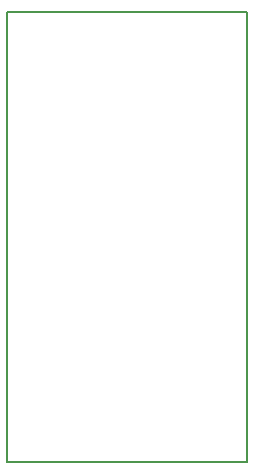
<source format=gbr>
G04 #@! TF.FileFunction,Profile,NP*
%FSLAX46Y46*%
G04 Gerber Fmt 4.6, Leading zero omitted, Abs format (unit mm)*
G04 Created by KiCad (PCBNEW 4.0.0-rc1-stable) date 30/03/2017 16:27:04*
%MOMM*%
G01*
G04 APERTURE LIST*
%ADD10C,0.076200*%
%ADD11C,0.150000*%
G04 APERTURE END LIST*
D10*
D11*
X95250000Y-133350000D02*
X95250000Y-95250000D01*
X115570000Y-133350000D02*
X95250000Y-133350000D01*
X115570000Y-95250000D02*
X115570000Y-133350000D01*
X95250000Y-95250000D02*
X115570000Y-95250000D01*
M02*

</source>
